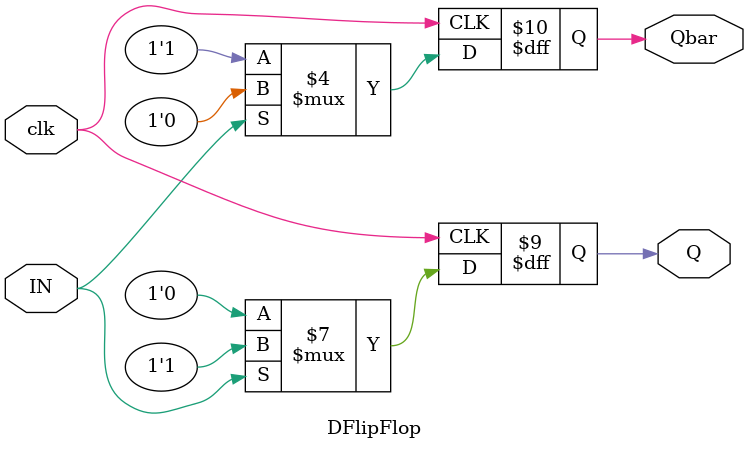
<source format=v>
`timescale 1ns / 1ps

module DFlipFlop(
    input clk,
    input IN,
    output reg Q,
    output reg Qbar
    );
    
    always @ (posedge clk)
    begin
        if(IN==1) begin
            Q = 1; Qbar = 0;
            end
        else begin
            Q = 0; Qbar = 1;
        end
    end
    
endmodule

</source>
